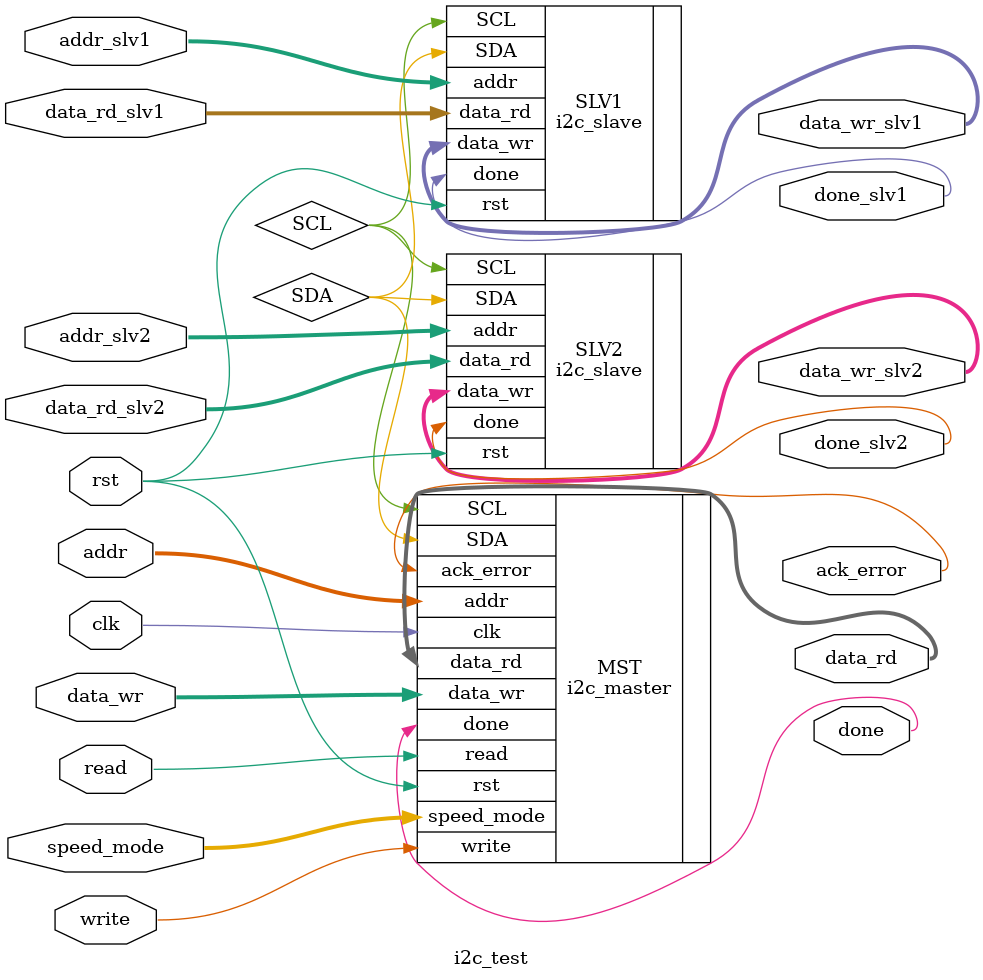
<source format=v>
`timescale 1ns / 1ps


module i2c_test(
    // MASTER Signals:
    input clk,
    input rst,
    input write,
    input read,
    input  [1:0] speed_mode,
	input  [6:0] addr,         
	input  [7:0] data_wr,       // data to be written
	output [7:0] data_rd,  // data read
	output done,           // wr/rd operation is done
	output ack_error,      // ACK error
	
	// SLAVE Signals:
    output [7:0] data_wr_slv1,
    input  [7:0] data_rd_slv1,
    input  [6:0] addr_slv1,
    output done_slv1,
    output [7:0] data_wr_slv2,
    input  [7:0] data_rd_slv2,
    input  [6:0] addr_slv2,
    output done_slv2
);

	wire  SDA;
	wire  SCL;   
      
      
    i2c_master MST(
		.clk(clk),
		.rst(rst),
		.write(write),
		.read(read),
		.speed_mode(speed_mode),
		.addr(addr),
		.data_wr(data_wr),
		.data_rd(data_rd),
		.done(done),
		.ack_error(ack_error),
		.SDA(SDA),
		.SCL(SCL)    
    );
    
    
    i2c_slave SLV1(
		.rst(rst),
		.addr(addr_slv1),
		.data_rd(data_rd_slv1),
		.data_wr(data_wr_slv1),
		.done(done_slv1),
		.SDA(SDA),
		.SCL(SCL)    
    );

    i2c_slave SLV2(
		.rst(rst),
		.addr(addr_slv2),
		.data_rd(data_rd_slv2),
		.data_wr(data_wr_slv2),
		.done(done_slv2),
		.SDA(SDA),
		.SCL(SCL)    
    );
    
    
endmodule

</source>
